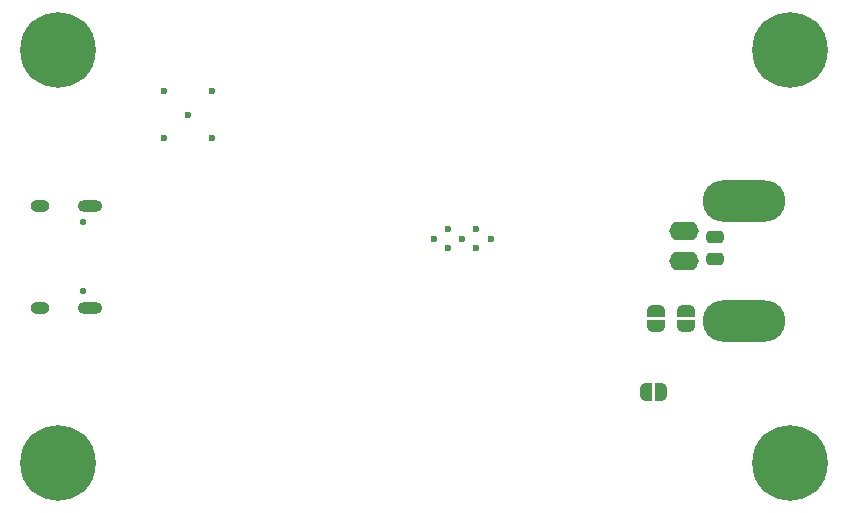
<source format=gbr>
%TF.GenerationSoftware,KiCad,Pcbnew,(5.99.0-10483-ga6ad7a4a70)*%
%TF.CreationDate,2021-05-23T17:26:51+03:00*%
%TF.ProjectId,uSMU_v10,75534d55-5f76-4313-902e-6b696361645f,rev?*%
%TF.SameCoordinates,Original*%
%TF.FileFunction,Soldermask,Bot*%
%TF.FilePolarity,Negative*%
%FSLAX46Y46*%
G04 Gerber Fmt 4.6, Leading zero omitted, Abs format (unit mm)*
G04 Created by KiCad (PCBNEW (5.99.0-10483-ga6ad7a4a70)) date 2021-05-23 17:26:51*
%MOMM*%
%LPD*%
G01*
G04 APERTURE LIST*
G04 Aperture macros list*
%AMRoundRect*
0 Rectangle with rounded corners*
0 $1 Rounding radius*
0 $2 $3 $4 $5 $6 $7 $8 $9 X,Y pos of 4 corners*
0 Add a 4 corners polygon primitive as box body*
4,1,4,$2,$3,$4,$5,$6,$7,$8,$9,$2,$3,0*
0 Add four circle primitives for the rounded corners*
1,1,$1+$1,$2,$3*
1,1,$1+$1,$4,$5*
1,1,$1+$1,$6,$7*
1,1,$1+$1,$8,$9*
0 Add four rect primitives between the rounded corners*
20,1,$1+$1,$2,$3,$4,$5,0*
20,1,$1+$1,$4,$5,$6,$7,0*
20,1,$1+$1,$6,$7,$8,$9,0*
20,1,$1+$1,$8,$9,$2,$3,0*%
%AMFreePoly0*
4,1,19,0.134796,0.268011,0.222241,0.201516,0.279886,0.107999,0.300000,0.000000,0.299923,-0.006806,0.277364,-0.114321,0.217612,-0.206506,0.128681,-0.271001,0.022494,-0.299156,-0.086710,-0.287196,-0.184286,-0.236725,-0.257150,-0.154511,-0.295533,-0.051579,-0.294287,0.058270,-0.253579,0.160306,-0.178867,0.240845,-0.080172,0.289089,0.029275,0.298568,0.134796,0.268011,0.134796,0.268011,
$1*%
%AMFreePoly1*
4,1,22,0.500000,-0.750000,0.000000,-0.750000,0.000000,-0.745033,-0.079941,-0.743568,-0.215256,-0.701293,-0.333266,-0.622738,-0.424486,-0.514219,-0.481581,-0.384460,-0.499164,-0.250000,-0.500000,-0.250000,-0.500000,0.250000,-0.499164,0.250000,-0.499963,0.256109,-0.478152,0.396186,-0.417904,0.524511,-0.324060,0.630769,-0.204165,0.706417,-0.067858,0.745374,0.000000,0.744959,0.000000,0.750000,
0.500000,0.750000,0.500000,-0.750000,0.500000,-0.750000,$1*%
%AMFreePoly2*
4,1,20,0.000000,0.744959,0.073905,0.744508,0.209726,0.703889,0.328688,0.626782,0.421226,0.519385,0.479903,0.390333,0.500000,0.250000,0.500000,-0.250000,0.499851,-0.262216,0.476331,-0.402017,0.414519,-0.529596,0.319384,-0.634700,0.198574,-0.708877,0.061801,-0.746166,0.000000,-0.745033,0.000000,-0.750000,-0.500000,-0.750000,-0.500000,0.750000,0.000000,0.750000,0.000000,0.744959,
0.000000,0.744959,$1*%
G04 Aperture macros list end*
%ADD10C,0.600000*%
%ADD11O,2.500000X1.600000*%
%ADD12O,7.000000X3.500000*%
%ADD13C,0.800000*%
%ADD14C,6.400000*%
%ADD15O,1.600000X1.000000*%
%ADD16FreePoly0,270.000000*%
%ADD17O,2.100000X1.000000*%
%ADD18FreePoly1,0.000000*%
%ADD19FreePoly2,0.000000*%
%ADD20FreePoly1,90.000000*%
%ADD21FreePoly2,90.000000*%
%ADD22RoundRect,0.250000X0.475000X-0.250000X0.475000X0.250000X-0.475000X0.250000X-0.475000X-0.250000X0*%
%ADD23FreePoly1,270.000000*%
%ADD24FreePoly2,270.000000*%
G04 APERTURE END LIST*
D10*
%TO.C,U3*%
X122000000Y-93500000D03*
X120000000Y-95500000D03*
X120000000Y-91500000D03*
X124000000Y-95500000D03*
X124000000Y-91500000D03*
%TD*%
%TO.C,U10*%
X145225000Y-104000000D03*
X144025000Y-104800000D03*
X146425000Y-104800000D03*
X147625000Y-104000000D03*
X146425000Y-103200000D03*
X144025000Y-103200000D03*
X142825000Y-104000000D03*
%TD*%
D11*
%TO.C,J3*%
X164000000Y-105875000D03*
D12*
X169080000Y-100795000D03*
D11*
X164000000Y-103335000D03*
D12*
X169080000Y-110955000D03*
%TD*%
D13*
%TO.C,H4*%
X173000000Y-120600000D03*
X174697056Y-124697056D03*
X175400000Y-123000000D03*
X171302944Y-124697056D03*
D14*
X173000000Y-123000000D03*
D13*
X171302944Y-121302944D03*
X170600000Y-123000000D03*
X173000000Y-125400000D03*
X174697056Y-121302944D03*
%TD*%
%TO.C,H1*%
X111000000Y-90400000D03*
X108600000Y-88000000D03*
X112697056Y-89697056D03*
X113400000Y-88000000D03*
X109302944Y-89697056D03*
X111000000Y-85600000D03*
X112697056Y-86302944D03*
D14*
X111000000Y-88000000D03*
D13*
X109302944Y-86302944D03*
%TD*%
D15*
%TO.C,J2*%
X109505000Y-109845000D03*
D16*
X113155000Y-108415000D03*
X113155000Y-102635000D03*
D15*
X109505000Y-101205000D03*
D17*
X113685000Y-109845000D03*
X113685000Y-101205000D03*
%TD*%
D13*
%TO.C,H2*%
X171302944Y-89697056D03*
X171302944Y-86302944D03*
X175400000Y-88000000D03*
X174697056Y-86302944D03*
X173000000Y-90400000D03*
D14*
X173000000Y-88000000D03*
D13*
X173000000Y-85600000D03*
X170600000Y-88000000D03*
X174697056Y-89697056D03*
%TD*%
%TO.C,H3*%
X113400000Y-123000000D03*
X111000000Y-125400000D03*
X112697056Y-124697056D03*
X109302944Y-124697056D03*
X111000000Y-120600000D03*
X112697056Y-121302944D03*
X108600000Y-123000000D03*
X109302944Y-121302944D03*
D14*
X111000000Y-123000000D03*
%TD*%
D18*
%TO.C,JP4*%
X160750000Y-117000000D03*
D19*
X162050000Y-117000000D03*
%TD*%
D20*
%TO.C,JP2*%
X161600000Y-111400000D03*
D21*
X161600000Y-110100000D03*
%TD*%
D22*
%TO.C,C45*%
X166600000Y-105750000D03*
X166600000Y-103850000D03*
%TD*%
D23*
%TO.C,JP3*%
X164200000Y-110100000D03*
D24*
X164200000Y-111400000D03*
%TD*%
M02*

</source>
